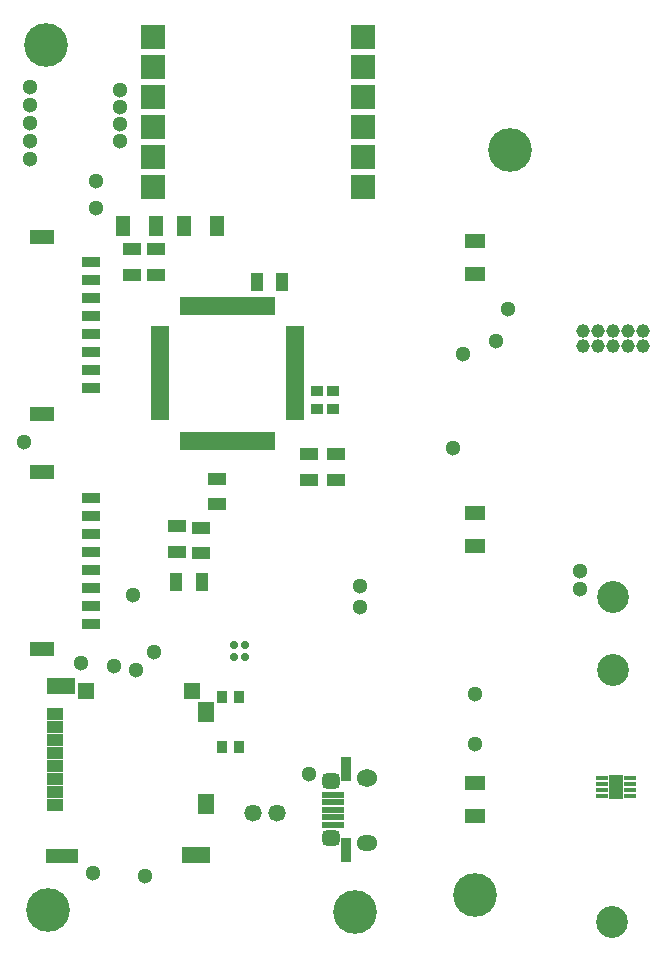
<source format=gts>
G04*
G04 #@! TF.GenerationSoftware,Altium Limited,Altium Designer,18.0.7 (293)*
G04*
G04 Layer_Color=8388736*
%FSLAX42Y42*%
%MOMM*%
G71*
G01*
G75*
%ADD16R,2.13X2.13*%
%ADD17R,1.15X1.75*%
%ADD18R,1.60X1.00*%
%ADD19R,1.10X1.60*%
%ADD20R,1.10X0.90*%
%ADD21R,1.00X1.60*%
%ADD22R,1.60X1.10*%
%ADD23R,0.50X1.65*%
%ADD24R,1.65X0.50*%
%ADD25R,0.90X1.10*%
%ADD26R,1.35X1.70*%
%ADD27R,2.40X1.35*%
%ADD28R,1.40X1.36*%
%ADD29R,1.45X1.36*%
%ADD30R,2.70X1.15*%
%ADD31R,1.44X1.00*%
%ADD32R,1.60X0.90*%
%ADD33R,2.10X1.30*%
%ADD34R,1.90X0.60*%
%ADD35R,0.90X2.00*%
%ADD36R,1.05X0.45*%
%ADD37R,1.29X2.00*%
%ADD38R,1.75X1.15*%
%ADD39C,1.47*%
G04:AMPARAMS|DCode=40|XSize=1.4mm|YSize=1.73mm|CornerRadius=0.7mm|HoleSize=0mm|Usage=FLASHONLY|Rotation=90.000|XOffset=0mm|YOffset=0mm|HoleType=Round|Shape=RoundedRectangle|*
%AMROUNDEDRECTD40*
21,1,1.40,0.32,0,0,90.0*
21,1,0.00,1.73,0,0,90.0*
1,1,1.40,0.16,0.00*
1,1,1.40,0.16,0.00*
1,1,1.40,-0.16,0.00*
1,1,1.40,-0.16,0.00*
%
%ADD40ROUNDEDRECTD40*%
G04:AMPARAMS|DCode=41|XSize=1.5mm|YSize=1.73mm|CornerRadius=0.75mm|HoleSize=0mm|Usage=FLASHONLY|Rotation=90.000|XOffset=0mm|YOffset=0mm|HoleType=Round|Shape=RoundedRectangle|*
%AMROUNDEDRECTD41*
21,1,1.50,0.22,0,0,90.0*
21,1,0.00,1.73,0,0,90.0*
1,1,1.50,0.11,0.00*
1,1,1.50,0.11,0.00*
1,1,1.50,-0.11,0.00*
1,1,1.50,-0.11,0.00*
%
%ADD41ROUNDEDRECTD41*%
G04:AMPARAMS|DCode=42|XSize=1.3mm|YSize=1.5mm|CornerRadius=0.38mm|HoleSize=0mm|Usage=FLASHONLY|Rotation=90.000|XOffset=0mm|YOffset=0mm|HoleType=Round|Shape=RoundedRectangle|*
%AMROUNDEDRECTD42*
21,1,1.30,0.75,0,0,90.0*
21,1,0.55,1.50,0,0,90.0*
1,1,0.75,0.38,0.28*
1,1,0.75,0.38,-0.28*
1,1,0.75,-0.38,-0.28*
1,1,0.75,-0.38,0.28*
%
%ADD42ROUNDEDRECTD42*%
%ADD43C,1.15*%
%ADD44C,1.30*%
%ADD45C,0.70*%
%ADD46C,3.70*%
%ADD47C,2.70*%
D16*
X4890Y10224D02*
D03*
Y9969D02*
D03*
Y9715D02*
D03*
Y9461D02*
D03*
Y9207D02*
D03*
Y8954D02*
D03*
X6668D02*
D03*
Y9207D02*
D03*
Y9461D02*
D03*
Y9715D02*
D03*
Y9969D02*
D03*
Y10224D02*
D03*
D17*
X5156Y8623D02*
D03*
X5438D02*
D03*
X4917D02*
D03*
X4635D02*
D03*
D18*
X4915Y8208D02*
D03*
Y8429D02*
D03*
X4712Y8208D02*
D03*
Y8429D02*
D03*
X5093Y6087D02*
D03*
Y5867D02*
D03*
X6439Y6693D02*
D03*
Y6473D02*
D03*
X6210D02*
D03*
Y6693D02*
D03*
D19*
X5985Y8153D02*
D03*
X5775D02*
D03*
D20*
X6414Y7225D02*
D03*
Y7075D02*
D03*
X6280Y7225D02*
D03*
Y7075D02*
D03*
D21*
X5304Y5613D02*
D03*
X5084D02*
D03*
D22*
X5436Y6480D02*
D03*
Y6270D02*
D03*
X5296Y5859D02*
D03*
Y6069D02*
D03*
D23*
X5149Y6809D02*
D03*
X5199D02*
D03*
X5249D02*
D03*
X5299D02*
D03*
X5349D02*
D03*
X5399D02*
D03*
X5449D02*
D03*
X5499D02*
D03*
X5549D02*
D03*
X5599D02*
D03*
X5649D02*
D03*
X5699D02*
D03*
X5749D02*
D03*
X5799D02*
D03*
X5849D02*
D03*
X5899D02*
D03*
Y7949D02*
D03*
X5849D02*
D03*
X5799D02*
D03*
X5749D02*
D03*
X5699D02*
D03*
X5649D02*
D03*
X5599D02*
D03*
X5549D02*
D03*
X5499D02*
D03*
X5449D02*
D03*
X5399D02*
D03*
X5349D02*
D03*
X5299D02*
D03*
X5249D02*
D03*
X5199D02*
D03*
X5149D02*
D03*
D24*
X6094Y7004D02*
D03*
Y7054D02*
D03*
Y7104D02*
D03*
Y7154D02*
D03*
Y7204D02*
D03*
Y7254D02*
D03*
Y7304D02*
D03*
Y7354D02*
D03*
Y7404D02*
D03*
Y7454D02*
D03*
Y7504D02*
D03*
Y7554D02*
D03*
Y7604D02*
D03*
Y7654D02*
D03*
Y7704D02*
D03*
Y7754D02*
D03*
X4954D02*
D03*
Y7704D02*
D03*
Y7654D02*
D03*
Y7604D02*
D03*
Y7554D02*
D03*
Y7504D02*
D03*
Y7454D02*
D03*
Y7404D02*
D03*
Y7354D02*
D03*
Y7304D02*
D03*
Y7254D02*
D03*
Y7204D02*
D03*
Y7154D02*
D03*
Y7104D02*
D03*
Y7054D02*
D03*
Y7004D02*
D03*
D25*
X5625Y4635D02*
D03*
X5475D02*
D03*
X5625Y4216D02*
D03*
X5475D02*
D03*
D26*
X5339Y4507D02*
D03*
Y3729D02*
D03*
D27*
X5260Y3299D02*
D03*
X4112Y4728D02*
D03*
D28*
X5226Y4687D02*
D03*
D29*
X4326D02*
D03*
D30*
X4126Y3289D02*
D03*
D31*
X4063Y4493D02*
D03*
Y4383D02*
D03*
Y4273D02*
D03*
Y4163D02*
D03*
Y4053D02*
D03*
Y3943D02*
D03*
Y3833D02*
D03*
Y3723D02*
D03*
D32*
X4369Y5258D02*
D03*
Y5410D02*
D03*
Y5715D02*
D03*
Y5563D02*
D03*
Y6020D02*
D03*
Y5867D02*
D03*
Y6325D02*
D03*
Y6172D02*
D03*
Y7252D02*
D03*
Y7404D02*
D03*
Y7709D02*
D03*
Y7557D02*
D03*
Y8014D02*
D03*
Y7861D02*
D03*
Y8318D02*
D03*
Y8166D02*
D03*
D33*
X3950Y5042D02*
D03*
Y6540D02*
D03*
Y7036D02*
D03*
Y8534D02*
D03*
D34*
X6414Y3556D02*
D03*
Y3619D02*
D03*
Y3683D02*
D03*
Y3747D02*
D03*
Y3810D02*
D03*
D35*
X6528Y4026D02*
D03*
Y3340D02*
D03*
D36*
X8931Y3799D02*
D03*
Y3849D02*
D03*
Y3899D02*
D03*
Y3949D02*
D03*
X8697Y3799D02*
D03*
Y3849D02*
D03*
Y3899D02*
D03*
Y3949D02*
D03*
D37*
X8814Y3874D02*
D03*
D38*
X7620Y8496D02*
D03*
Y8215D02*
D03*
Y6198D02*
D03*
Y5916D02*
D03*
Y3912D02*
D03*
Y3630D02*
D03*
D39*
X5940Y3658D02*
D03*
X5740D02*
D03*
D40*
X6706Y3404D02*
D03*
D41*
Y3950D02*
D03*
D42*
X6401Y3924D02*
D03*
Y3442D02*
D03*
D43*
X9042Y7607D02*
D03*
X8788D02*
D03*
X8661D02*
D03*
X8534D02*
D03*
X9042Y7734D02*
D03*
X8915D02*
D03*
X8788D02*
D03*
X8661D02*
D03*
X8534D02*
D03*
X8915Y7607D02*
D03*
D44*
X3848Y9500D02*
D03*
Y9195D02*
D03*
Y9347D02*
D03*
Y9652D02*
D03*
Y9804D02*
D03*
X8509Y5550D02*
D03*
Y5702D02*
D03*
X4902Y5017D02*
D03*
X4280Y4928D02*
D03*
X7518Y7544D02*
D03*
X7620Y4661D02*
D03*
X7899Y7925D02*
D03*
X7620Y4242D02*
D03*
X7793Y7650D02*
D03*
X7429Y6744D02*
D03*
X4407Y9004D02*
D03*
Y8776D02*
D03*
X6642Y5575D02*
D03*
Y5397D02*
D03*
X6210Y3988D02*
D03*
X4826Y3124D02*
D03*
X3797Y6794D02*
D03*
X4381Y3150D02*
D03*
X4724Y5499D02*
D03*
X4559Y4902D02*
D03*
X4750Y4864D02*
D03*
X4610Y9779D02*
D03*
Y9635D02*
D03*
Y9491D02*
D03*
Y9347D02*
D03*
D45*
X5576Y4979D02*
D03*
X5676D02*
D03*
X5576Y5079D02*
D03*
X5676D02*
D03*
D46*
X7912Y9271D02*
D03*
X7620Y2959D02*
D03*
X6604Y2819D02*
D03*
X4001Y2832D02*
D03*
X3988Y10160D02*
D03*
D47*
X8788Y5486D02*
D03*
Y4864D02*
D03*
X8776Y2731D02*
D03*
M02*

</source>
